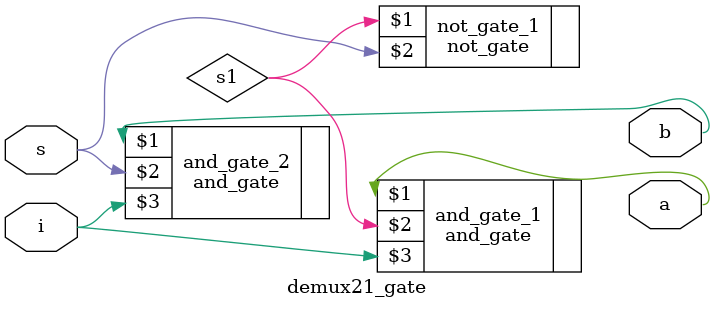
<source format=v>
module demux21_gate(i,s,a,b);
input i,s;
wire s1;
output a,b;

not_gate not_gate_1(s1,s);
and_gate and_gate_1(a,s1,i);
and_gate and_gate_2(b,s,i);

endmodule

</source>
